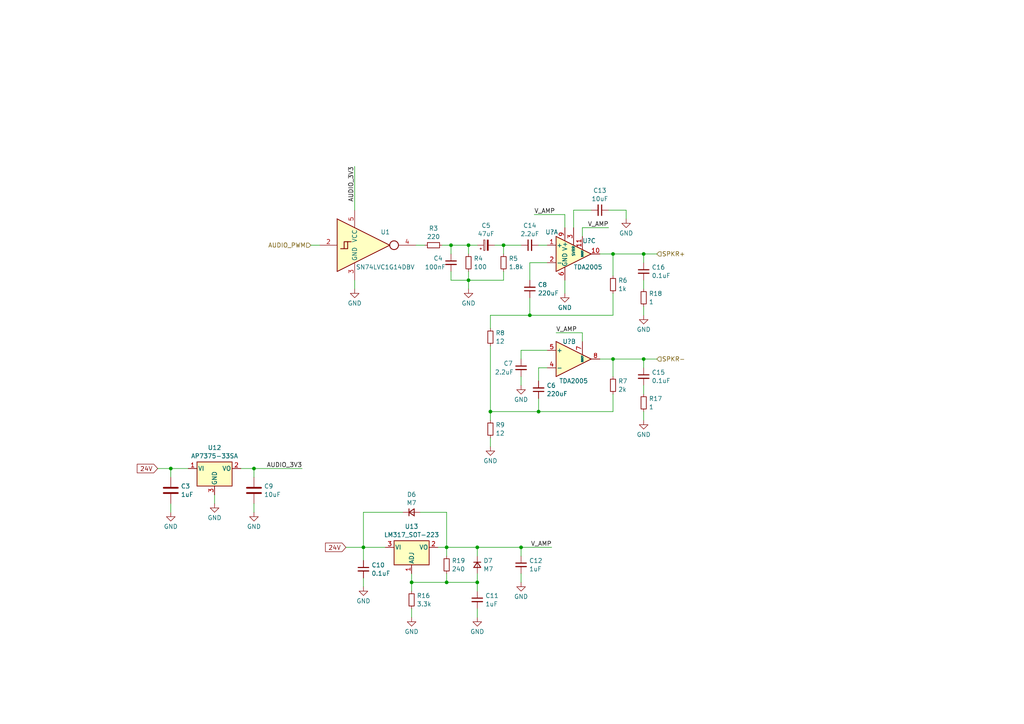
<source format=kicad_sch>
(kicad_sch (version 20230121) (generator eeschema)
  (paper "A4")
  (lib_symbols
    (symbol "74xGxx:SN74LVC1G14DBV"
      (property "Reference" "U" (at -5.08 10.16 0))
      (property "Value" "SN74LVC1G14DBV" (at 20.32 10.16 0))
      (symbol "SN74LVC1G14DBV_0_1"
        (polyline (pts (xy -2.032 1.016) (xy -1.016 1.016)) (stroke (width 0.254)) (fill (type background)))
        (polyline (pts (xy -5.08 7.62) (xy -5.08 -7.62) (xy 10.16 0) (xy -5.08 7.62)) (stroke (width 0.254)) (fill (type background)))
        (polyline (pts (xy -3.048 -1.016) (xy -3.048 1.016) (xy -2.032 1.016) (xy -2.032 -1.016) (xy -4.064 -1.016)) (stroke (width 0.254)) (fill (type background)))
        (circle (center 11.43 0) (radius 1.27) (stroke (width 0.254)))
      )
      (symbol "SN74LVC1G14DBV_1_1"
        (pin no_connect line (at 10.16 0 180) (length 5.08) hide (name "NC") (number "1"))
        (pin input line (at -10.16 0 0) (length 5.08) (name "~") (number "2"))
        (pin power_in line (at 0 -10.16 90) (length 5.08) (name "GND") (number "3"))
        (pin output line (at 17.78 0 180) (length 5.08) (name "~") (number "4"))
        (pin power_in line (at 0 10.16 270) (length 5.08) (name "VCC") (number "5"))
      )
    )
    (symbol "Amplifier_Audio:TDA2005" (pin_names (offset 0.127))
      (property "Reference" "U" (at 7.62 6.35 0))
      (property "Value" "TDA2005" (at 7.62 3.81 0))
      (symbol "TDA2005_1_1"
        (polyline (pts (xy -5.08 5.08) (xy 5.08 0) (xy -5.08 -5.08) (xy -5.08 5.08)) (stroke (width 0.254)) (fill (type background)))
        (pin input line (at -7.62 2.54 0) (length 2.54) (name "+") (number "1"))
        (pin output line (at 7.62 0 180) (length 2.54) (name "~") (number "10"))
        (pin passive line (at 2.54 5.08 270) (length 3.81) (name "BOOT") (number "11"))
        (pin input line (at -7.62 -2.54 0) (length 2.54) (name "-") (number "2"))
        (pin passive line (at 0 7.62 270) (length 5.08) (name "SVRR") (number "3"))
      )
      (symbol "TDA2005_2_1"
        (polyline (pts (xy -5.08 5.08) (xy 5.08 0) (xy -5.08 -5.08) (xy -5.08 5.08)) (stroke (width 0.254)) (fill (type background)))
        (pin input line (at -7.62 -2.54 0) (length 2.54) (name "-") (number "4"))
        (pin input line (at -7.62 2.54 0) (length 2.54) (name "+") (number "5"))
        (pin passive line (at 2.54 5.08 270) (length 3.81) (name "BOOT") (number "7"))
        (pin output line (at 7.62 0 180) (length 2.54) (name "~") (number "8"))
      )
      (symbol "TDA2005_3_1"
        (pin power_in line (at -2.54 -7.62 90) (length 3.81) (name "GND") (number "6"))
        (pin power_in line (at -2.54 7.62 270) (length 3.81) (name "V+") (number "9"))
      )
    )
    (symbol "Device:C" (pin_numbers hide) (pin_names (offset 0.254))
      (property "Reference" "C" (at 0.635 2.54 0))
      (property "Value" "C" (at 0.635 -2.54 0))
      (symbol "C_0_1"
        (polyline (pts (xy -2.032 -0.762) (xy 2.032 -0.762)) (stroke (width 0.508)))
        (polyline (pts (xy -2.032 0.762) (xy 2.032 0.762)) (stroke (width 0.508)))
      )
      (symbol "C_1_1"
        (pin passive line (at 0 3.81 270) (length 2.794) (name "~") (number "1"))
        (pin passive line (at 0 -3.81 90) (length 2.794) (name "~") (number "2"))
      )
    )
    (symbol "Device:C_Polarized_Small" (pin_numbers hide) (pin_names (offset 0.254) hide)
      (property "Reference" "C" (at 0.254 1.778 0))
      (property "Value" "C_Polarized_Small" (at 0.254 -2.032 0))
      (symbol "C_Polarized_Small_0_1"
        (rectangle (start -1.524 -0.3048) (end 1.524 -0.6858) (fill (type outline)))
        (rectangle (start -1.524 0.6858) (end 1.524 0.3048))
        (polyline (pts (xy -1.27 1.524) (xy -0.762 1.524)))
        (polyline (pts (xy -1.016 1.27) (xy -1.016 1.778)))
      )
      (symbol "C_Polarized_Small_1_1"
        (pin passive line (at 0 2.54 270) (length 1.8542) (name "~") (number "1"))
        (pin passive line (at 0 -2.54 90) (length 1.8542) (name "~") (number "2"))
      )
    )
    (symbol "Device:C_Small" (pin_numbers hide) (pin_names (offset 0.254) hide)
      (property "Reference" "C" (at 0.254 1.778 0))
      (property "Value" "C_Small" (at 0.254 -2.032 0))
      (symbol "C_Small_0_1"
        (polyline (pts (xy -1.524 -0.508) (xy 1.524 -0.508)) (stroke (width 0.3302)))
        (polyline (pts (xy -1.524 0.508) (xy 1.524 0.508)) (stroke (width 0.3048)))
      )
      (symbol "C_Small_1_1"
        (pin passive line (at 0 2.54 270) (length 2.032) (name "~") (number "1"))
        (pin passive line (at 0 -2.54 90) (length 2.032) (name "~") (number "2"))
      )
    )
    (symbol "Device:D_Small" (pin_numbers hide) (pin_names (offset 0.254) hide)
      (property "Reference" "D" (at -1.27 2.032 0))
      (property "Value" "D_Small" (at -3.81 -2.032 0))
      (symbol "D_Small_0_1"
        (polyline (pts (xy -0.762 -1.016) (xy -0.762 1.016)) (stroke (width 0.254)))
        (polyline (pts (xy -0.762 0) (xy 0.762 0)))
        (polyline (pts (xy 0.762 -1.016) (xy -0.762 0) (xy 0.762 1.016) (xy 0.762 -1.016)) (stroke (width 0.254)))
      )
      (symbol "D_Small_1_1"
        (pin passive line (at -2.54 0 0) (length 1.778) (name "K") (number "1"))
        (pin passive line (at 2.54 0 180) (length 1.778) (name "A") (number "2"))
      )
    )
    (symbol "Device:R_Small" (pin_numbers hide) (pin_names (offset 0.254) hide)
      (property "Reference" "R" (at 0.762 0.508 0))
      (property "Value" "R_Small" (at 0.762 -1.016 0))
      (symbol "R_Small_0_1"
        (rectangle (start -0.762 1.778) (end 0.762 -1.778) (stroke (width 0.2032)))
      )
      (symbol "R_Small_1_1"
        (pin passive line (at 0 2.54 270) (length 0.762) (name "~") (number "1"))
        (pin passive line (at 0 -2.54 90) (length 0.762) (name "~") (number "2"))
      )
    )
    (symbol "Regulator_Linear:AP7384-70SA" (pin_names (offset 0.254))
      (property "Reference" "U" (at -3.81 3.175 0))
      (property "Value" "AP7384-70SA" (at 0 3.175 0))
      (symbol "AP7384-70SA_0_1"
        (rectangle (start -5.08 1.905) (end 5.08 -5.08) (stroke (width 0.254)) (fill (type background)))
      )
      (symbol "AP7384-70SA_1_1"
        (pin power_in line (at -7.62 0 0) (length 2.54) (name "VI") (number "1"))
        (pin power_out line (at 7.62 0 180) (length 2.54) (name "VO") (number "2"))
        (pin power_in line (at 0 -7.62 90) (length 2.54) (name "GND") (number "3"))
      )
    )
    (symbol "Regulator_Linear:LM317_SOT-223" (pin_names (offset 0.254))
      (property "Reference" "U" (at -3.81 3.175 0))
      (property "Value" "LM317_SOT-223" (at 0 3.175 0))
      (symbol "LM317_SOT-223_0_1"
        (rectangle (start -5.08 1.905) (end 5.08 -5.08) (stroke (width 0.254)) (fill (type background)))
      )
      (symbol "LM317_SOT-223_1_1"
        (pin input line (at 0 -7.62 90) (length 2.54) (name "ADJ") (number "1"))
        (pin power_out line (at 7.62 0 180) (length 2.54) (name "VO") (number "2"))
        (pin power_in line (at -7.62 0 0) (length 2.54) (name "VI") (number "3"))
      )
    )
    (symbol "power:GND" (power) (pin_names (offset 0))
      (property "Value" "GND" (at 0 -3.81 0))
      (symbol "GND_0_1"
        (polyline (pts (xy 0 0) (xy 0 -1.27) (xy 1.27 -1.27) (xy 0 -2.54) (xy -1.27 -1.27) (xy 0 -1.27)))
      )
      (symbol "GND_1_1"
        (pin power_in line (at 0 0 270) (length 0) hide (name "GND") (number "1"))
      )
    )
  )
  (junction (at 138.43 158.75))
  (junction (at 129.54 158.75))
  (junction (at 135.89 81.28))
  (junction (at 130.81 71.12))
  (junction (at 73.66 135.89))
  (junction (at 186.69 73.66))
  (junction (at 146.05 71.12))
  (junction (at 156.21 119.38))
  (junction (at 119.38 168.91))
  (junction (at 135.89 71.12))
  (junction (at 151.13 158.75))
  (junction (at 105.41 158.75))
  (junction (at 49.53 135.89))
  (junction (at 129.54 168.91))
  (junction (at 177.8 104.14))
  (junction (at 177.8 73.66))
  (junction (at 153.67 91.44))
  (junction (at 138.43 168.91))
  (junction (at 142.24 119.38))
  (junction (at 186.69 104.14))
  (wire (pts (xy 177.8 85.09) (xy 177.8 91.44)))
  (wire (pts (xy 142.24 95.25) (xy 142.24 91.44)))
  (wire (pts (xy 127 158.75) (xy 129.54 158.75)))
  (wire (pts (xy 158.75 101.6) (xy 151.13 101.6)))
  (wire (pts (xy 156.21 106.68) (xy 156.21 110.49)))
  (wire (pts (xy 119.38 168.91) (xy 119.38 171.45)))
  (wire (pts (xy 130.81 78.74) (xy 130.81 81.28)))
  (wire (pts (xy 153.67 91.44) (xy 177.8 91.44)))
  (wire (pts (xy 128.27 71.12) (xy 130.81 71.12)))
  (wire (pts (xy 143.51 71.12) (xy 146.05 71.12)))
  (wire (pts (xy 186.69 104.14) (xy 190.5 104.14)))
  (wire (pts (xy 181.61 60.96) (xy 181.61 63.5)))
  (wire (pts (xy 186.69 76.2) (xy 186.69 73.66)))
  (wire (pts (xy 186.69 88.9) (xy 186.69 91.44)))
  (wire (pts (xy 69.85 135.89) (xy 73.66 135.89)))
  (wire (pts (xy 135.89 81.28) (xy 135.89 83.82)))
  (wire (pts (xy 142.24 119.38) (xy 156.21 119.38)))
  (wire (pts (xy 177.8 73.66) (xy 177.8 80.01)))
  (wire (pts (xy 130.81 71.12) (xy 130.81 73.66)))
  (wire (pts (xy 73.66 135.89) (xy 73.66 138.43)))
  (wire (pts (xy 49.53 146.05) (xy 49.53 148.59)))
  (wire (pts (xy 62.23 143.51) (xy 62.23 146.05)))
  (wire (pts (xy 142.24 91.44) (xy 153.67 91.44)))
  (wire (pts (xy 120.65 71.12) (xy 123.19 71.12)))
  (wire (pts (xy 153.67 76.2) (xy 153.67 81.28)))
  (wire (pts (xy 153.67 86.36) (xy 153.67 91.44)))
  (wire (pts (xy 135.89 81.28) (xy 146.05 81.28)))
  (wire (pts (xy 186.69 106.68) (xy 186.69 104.14)))
  (wire (pts (xy 146.05 71.12) (xy 146.05 73.66)))
  (wire (pts (xy 151.13 101.6) (xy 151.13 104.14)))
  (wire (pts (xy 116.84 148.59) (xy 105.41 148.59)))
  (wire (pts (xy 186.69 111.76) (xy 186.69 114.3)))
  (wire (pts (xy 119.38 176.53) (xy 119.38 179.07)))
  (wire (pts (xy 186.69 104.14) (xy 177.8 104.14)))
  (wire (pts (xy 142.24 119.38) (xy 142.24 121.92)))
  (wire (pts (xy 177.8 104.14) (xy 177.8 109.22)))
  (wire (pts (xy 156.21 119.38) (xy 177.8 119.38)))
  (wire (pts (xy 138.43 166.37) (xy 138.43 168.91)))
  (wire (pts (xy 130.81 81.28) (xy 135.89 81.28)))
  (wire (pts (xy 129.54 168.91) (xy 119.38 168.91)))
  (wire (pts (xy 102.87 81.28) (xy 102.87 83.82)))
  (wire (pts (xy 105.41 158.75) (xy 105.41 162.56)))
  (wire (pts (xy 186.69 73.66) (xy 177.8 73.66)))
  (wire (pts (xy 100.33 158.75) (xy 105.41 158.75)))
  (wire (pts (xy 186.69 73.66) (xy 190.5 73.66)))
  (wire (pts (xy 166.37 60.96) (xy 166.37 66.04)))
  (wire (pts (xy 156.21 71.12) (xy 158.75 71.12)))
  (wire (pts (xy 160.02 158.75) (xy 151.13 158.75)))
  (wire (pts (xy 49.53 135.89) (xy 54.61 135.89)))
  (wire (pts (xy 171.45 60.96) (xy 166.37 60.96)))
  (wire (pts (xy 168.91 68.58) (xy 168.91 66.04)))
  (wire (pts (xy 151.13 161.29) (xy 151.13 158.75)))
  (wire (pts (xy 154.94 62.23) (xy 163.83 62.23)))
  (wire (pts (xy 73.66 146.05) (xy 73.66 148.59)))
  (wire (pts (xy 186.69 119.38) (xy 186.69 121.92)))
  (wire (pts (xy 186.69 81.28) (xy 186.69 83.82)))
  (wire (pts (xy 138.43 168.91) (xy 138.43 171.45)))
  (wire (pts (xy 73.66 135.89) (xy 87.63 135.89)))
  (wire (pts (xy 158.75 76.2) (xy 153.67 76.2)))
  (wire (pts (xy 168.91 99.06) (xy 168.91 96.52)))
  (wire (pts (xy 146.05 81.28) (xy 146.05 78.74)))
  (wire (pts (xy 138.43 168.91) (xy 129.54 168.91)))
  (wire (pts (xy 156.21 115.57) (xy 156.21 119.38)))
  (wire (pts (xy 142.24 100.33) (xy 142.24 119.38)))
  (wire (pts (xy 176.53 60.96) (xy 181.61 60.96)))
  (wire (pts (xy 121.92 148.59) (xy 129.54 148.59)))
  (wire (pts (xy 138.43 176.53) (xy 138.43 179.07)))
  (wire (pts (xy 173.99 73.66) (xy 177.8 73.66)))
  (wire (pts (xy 102.87 48.26) (xy 102.87 60.96)))
  (wire (pts (xy 177.8 114.3) (xy 177.8 119.38)))
  (wire (pts (xy 105.41 167.64) (xy 105.41 170.18)))
  (wire (pts (xy 158.75 106.68) (xy 156.21 106.68)))
  (wire (pts (xy 168.91 96.52) (xy 161.29 96.52)))
  (wire (pts (xy 151.13 109.22) (xy 151.13 111.76)))
  (wire (pts (xy 129.54 166.37) (xy 129.54 168.91)))
  (wire (pts (xy 146.05 71.12) (xy 151.13 71.12)))
  (wire (pts (xy 130.81 71.12) (xy 135.89 71.12)))
  (wire (pts (xy 168.91 66.04) (xy 176.53 66.04)))
  (wire (pts (xy 105.41 148.59) (xy 105.41 158.75)))
  (wire (pts (xy 138.43 158.75) (xy 129.54 158.75)))
  (wire (pts (xy 135.89 71.12) (xy 138.43 71.12)))
  (wire (pts (xy 151.13 158.75) (xy 138.43 158.75)))
  (wire (pts (xy 135.89 78.74) (xy 135.89 81.28)))
  (wire (pts (xy 138.43 161.29) (xy 138.43 158.75)))
  (wire (pts (xy 151.13 166.37) (xy 151.13 168.91)))
  (wire (pts (xy 129.54 148.59) (xy 129.54 158.75)))
  (wire (pts (xy 173.99 104.14) (xy 177.8 104.14)))
  (wire (pts (xy 45.72 135.89) (xy 49.53 135.89)))
  (wire (pts (xy 135.89 71.12) (xy 135.89 73.66)))
  (wire (pts (xy 49.53 135.89) (xy 49.53 138.43)))
  (wire (pts (xy 119.38 168.91) (xy 119.38 166.37)))
  (wire (pts (xy 105.41 158.75) (xy 111.76 158.75)))
  (wire (pts (xy 129.54 158.75) (xy 129.54 161.29)))
  (wire (pts (xy 90.17 71.12) (xy 92.71 71.12)))
  (wire (pts (xy 163.83 62.23) (xy 163.83 66.04)))
  (wire (pts (xy 163.83 81.28) (xy 163.83 85.09)))
  (wire (pts (xy 142.24 127) (xy 142.24 129.54)))
  (label "V_AMP" (at 154.94 62.23 0))
  (label "V_AMP" (at 161.29 96.52 0))
  (label "AUDIO_3V3" (at 102.87 48.26 270))
  (label "V_AMP" (at 160.02 158.75 180))
  (label "AUDIO_3V3" (at 87.63 135.89 180))
  (label "V_AMP" (at 176.53 66.04 180))
  (global_label "24V" (shape input) (at 45.72 135.89 180) (property "Intersheetrefs" "${INTERSHEET_REFS}" (effects hide)))
  (global_label "24V" (shape input) (at 100.33 158.75 180) (property "Intersheetrefs" "${INTERSHEET_REFS}" (effects hide)))
  (hierarchical_label "SPKR-" (shape input) (at 190.5 104.14 0))
  (hierarchical_label "SPKR+" (shape input) (at 190.5 73.66 0))
  (hierarchical_label "AUDIO_PWM" (shape input) (at 90.17 71.12 180))
  (symbol (lib_id "Regulator_Linear:AP7384-70SA") (at 62.23 135.89 0) (unit 1)
    (property "Reference" "U12" (at 62.23 129.8407 0))
    (property "Value" "AP7375-33SA" (at 62.23 132.2649 0))
    (property "Footprint" "Package_TO_SOT_SMD:SOT-23_Handsoldering" (effects hide))
    (property "DigiKey P/N" "31-AP7375-33SA-7CT-ND" (effects hide))
  )
  (symbol (lib_id "power:GND") (at 181.61 63.5 0) (mirror y) (unit 1)
    (property "Reference" "#PWR035" (effects hide))
    (property "Value" "GND" (at 181.61 67.6331 0))
    (instances (project "io_board" (path "" (reference "#PWR035") (unit 1)) (path "" (reference "#PWR023") (unit 1))))
  )
  (symbol (lib_id "Amplifier_Audio:TDA2005") (at 166.37 73.66 0) (unit 3)
    (property "Reference" "U?" (at 168.91 69.85 0) (effects (justify left)))
    (property "Value" "TDA2005" (at 166.37 77.47 0) (effects (justify left)))
    (property "Footprint" "Package_TO_SOT_THT:TO-220-11_P3.4x5.08mm_StaggerOdd_Lead4.85mm_Vertical" (effects hide))
    (property "Datasheet" "http://www.st.com/resource/en/datasheet/cd00000124.pdf" (effects hide))
    (property "DigiKey P/N" "497-11749-5-ND" (effects hide))
    (instances (project "io_board" (path "" (reference "U?") (unit 3)) (path "" (reference "U8") (unit 3))))
  )
  (symbol (lib_id "Device:R_Small") (at 142.24 124.46 180) (unit 1)
    (property "Reference" "R9" (at 143.7386 123.2479 0) (effects (justify right)))
    (property "Value" "12" (at 143.7386 125.6721 0) (effects (justify right)))
    (property "Footprint" "Resistor_SMD:R_0603_1608Metric_Pad0.98x0.95mm_HandSolder" (effects hide))
    (instances (project "io_board" (path "" (reference "R9") (unit 1)) (path "" (reference "R6") (unit 1))))
  )
  (symbol (lib_id "power:GND") (at 142.24 129.54 0) (unit 1)
    (property "Reference" "#PWR023" (effects hide))
    (property "Value" "GND" (at 142.24 133.6731 0))
    (instances (project "io_board" (path "" (reference "#PWR023") (unit 1)) (path "" (reference "#PWR020") (unit 1))))
  )
  (symbol (lib_id "Regulator_Linear:LM317_SOT-223") (at 119.38 158.75 0) (unit 1)
    (property "Reference" "U13" (at 119.38 152.7007 0))
    (property "Value" "LM317_SOT-223" (at 119.38 155.1249 0))
    (property "Footprint" "Package_TO_SOT_SMD:SOT-223-3_TabPin2" (effects hide))
    (property "Datasheet" "http://www.ti.com/lit/ds/symlink/lm317.pdf" (effects hide))
    (property "DigiKey P/N" "296-12602-1-ND" (effects hide))
  )
  (symbol (lib_id "Device:R_Small") (at 146.05 76.2 0) (unit 1)
    (property "Reference" "R5" (at 147.5486 74.9879 0) (effects (justify left)))
    (property "Value" "1.8k" (at 147.5486 77.4121 0) (effects (justify left)))
    (property "Footprint" "Resistor_SMD:R_0603_1608Metric_Pad0.98x0.95mm_HandSolder" (effects hide))
    (instances (project "io_board" (path "" (reference "R5") (unit 1)) (path "" (reference "R7") (unit 1))))
  )
  (symbol (lib_id "power:GND") (at 49.53 148.59 0) (unit 1)
    (property "Reference" "#PWR023" (effects hide))
    (property "Value" "GND" (at 49.53 152.7231 0))
    (instances (project "io_board" (path "" (reference "#PWR023") (unit 1)) (path "" (reference "#PWR025") (unit 1))))
  )
  (symbol (lib_id "power:GND") (at 186.69 91.44 0) (unit 1)
    (property "Reference" "#PWR038" (effects hide))
    (property "Value" "GND" (at 186.69 95.5731 0))
    (instances (project "io_board" (path "" (reference "#PWR038") (unit 1)) (path "" (reference "#PWR035") (unit 1))))
  )
  (symbol (lib_id "Device:R_Small") (at 129.54 163.83 0) (unit 1)
    (property "Reference" "R19" (at 131.0386 162.6179 0) (effects (justify left)))
    (property "Value" "240" (at 131.0386 165.0421 0) (effects (justify left)))
    (property "Footprint" "Resistor_SMD:R_0603_1608Metric_Pad0.98x0.95mm_HandSolder" (effects hide))
  )
  (symbol (lib_id "Device:R_Small") (at 119.38 173.99 0) (unit 1)
    (property "Reference" "R16" (at 120.8786 172.7779 0) (effects (justify left)))
    (property "Value" "3.3k" (at 120.8786 175.2021 0) (effects (justify left)))
    (property "Footprint" "Resistor_SMD:R_0603_1608Metric_Pad0.98x0.95mm_HandSolder" (effects hide))
  )
  (symbol (lib_id "Device:D_Small") (at 119.38 148.59 0) (unit 1)
    (property "Reference" "D6" (at 119.38 143.4297 0))
    (property "Value" "M7" (at 119.38 145.8539 0))
    (property "Footprint" "Diode_SMD:D_2010_5025Metric_Pad1.52x2.65mm_HandSolder" (effects hide))
    (property "Sim.Device" "D" (effects hide))
    (property "Sim.Pins" "1=K 2=A" (effects hide))
    (property "DigiKey P/N" "4878-M7CT-ND" (effects hide))
  )
  (symbol (lib_id "Device:C_Small") (at 105.41 165.1 0) (unit 1)
    (property "Reference" "C10" (at 107.7341 163.8942 0) (effects (justify left)))
    (property "Value" "0.1uF" (at 107.7341 166.3184 0) (effects (justify left)))
    (property "Footprint" "Capacitor_SMD:C_0402_1005Metric_Pad0.74x0.62mm_HandSolder" (effects hide))
  )
  (symbol (lib_id "Device:R_Small") (at 186.69 116.84 0) (unit 1)
    (property "Reference" "R17" (at 188.1886 115.6279 0) (effects (justify left)))
    (property "Value" "1" (at 188.1886 118.0521 0) (effects (justify left)))
    (property "Footprint" "Resistor_SMD:R_0603_1608Metric_Pad0.98x0.95mm_HandSolder" (effects hide))
    (instances (project "io_board" (path "" (reference "R17") (unit 1)) (path "" (reference "R18") (unit 1))))
  )
  (symbol (lib_id "power:GND") (at 62.23 146.05 0) (unit 1)
    (property "Reference" "#PWR023" (effects hide))
    (property "Value" "GND" (at 62.23 150.1831 0))
    (instances (project "io_board" (path "" (reference "#PWR023") (unit 1)) (path "" (reference "#PWR03") (unit 1))))
  )
  (symbol (lib_id "Device:C_Polarized_Small") (at 140.97 71.12 90) (unit 1)
    (property "Reference" "C5" (at 140.9763 65.4136 90))
    (property "Value" "47uF" (at 140.9763 67.8378 90))
    (property "Footprint" "Capacitor_THT:CP_Radial_D5.0mm_P2.00mm" (effects hide))
    (property "DigiKey P/N" "732-8823-1-ND" (effects hide))
  )
  (symbol (lib_id "Device:C") (at 49.53 142.24 0) (unit 1)
    (property "Reference" "C3" (at 52.451 141.0279 0) (effects (justify left)))
    (property "Value" "1uF" (at 52.451 143.4521 0) (effects (justify left)))
    (property "Footprint" "Capacitor_SMD:C_0402_1005Metric_Pad0.74x0.62mm_HandSolder" (effects hide))
    (property "DigiKey P/N" "490-10019-1-ND" (effects hide))
  )
  (symbol (lib_id "Device:C_Small") (at 151.13 163.83 0) (unit 1)
    (property "Reference" "C12" (at 153.4541 162.6242 0) (effects (justify left)))
    (property "Value" "1uF" (at 153.4541 165.0484 0) (effects (justify left)))
    (property "Footprint" "Capacitor_SMD:C_0402_1005Metric_Pad0.74x0.62mm_HandSolder" (effects hide))
    (property "DigiKey P/N" "490-10019-1-ND" (effects hide))
  )
  (symbol (lib_id "Device:C_Small") (at 151.13 106.68 0) (unit 1)
    (property "Reference" "C7" (at 146.05 105.41 0) (effects (justify left)))
    (property "Value" "2.2uF" (at 143.51 107.95 0) (effects (justify left)))
    (property "Footprint" "Capacitor_SMD:C_0402_1005Metric_Pad0.74x0.62mm_HandSolder" (effects hide))
    (property "DigiKey P/N" "1276-1469-1-ND" (effects hide))
    (instances (project "io_board" (path "" (reference "C7") (unit 1)) (path "" (reference "C6") (unit 1))))
  )
  (symbol (lib_id "Device:C_Small") (at 173.99 60.96 270) (mirror x) (unit 1)
    (property "Reference" "C13" (at 173.9836 55.2536 90))
    (property "Value" "10uF" (at 173.9836 57.6778 90))
    (property "Footprint" "Capacitor_SMD:C_0402_1005Metric_Pad0.74x0.62mm_HandSolder" (effects hide))
    (property "DigiKey P/N" "490-GRM155R60J106ME05DCT-ND" (effects hide))
    (instances (project "io_board" (path "" (reference "C13") (unit 1)) (path "" (reference "C14") (unit 1))))
  )
  (symbol (lib_id "Device:R_Small") (at 177.8 82.55 180) (unit 1)
    (property "Reference" "R6" (at 179.2986 81.3379 0) (effects (justify right)))
    (property "Value" "1k" (at 179.2986 83.7621 0) (effects (justify right)))
    (property "Footprint" "Resistor_SMD:R_0603_1608Metric_Pad0.98x0.95mm_HandSolder" (effects hide))
    (instances (project "io_board" (path "" (reference "R6") (unit 1)) (path "" (reference "R8") (unit 1))))
  )
  (symbol (lib_id "Device:C_Small") (at 138.43 173.99 0) (unit 1)
    (property "Reference" "C11" (at 140.7541 172.7842 0) (effects (justify left)))
    (property "Value" "1uF" (at 140.7541 175.2084 0) (effects (justify left)))
    (property "Footprint" "Capacitor_SMD:C_0402_1005Metric_Pad0.74x0.62mm_HandSolder" (effects hide))
    (property "DigiKey P/N" "490-10019-1-ND" (effects hide))
  )
  (symbol (lib_id "Amplifier_Audio:TDA2005") (at 166.37 104.14 0) (unit 2)
    (property "Reference" "U?" (at 165.1 99.06 0))
    (property "Value" "TDA2005" (at 166.37 110.49 0))
    (property "Footprint" "Package_TO_SOT_THT:TO-220-11_P3.4x5.08mm_StaggerOdd_Lead4.85mm_Vertical" (effects hide))
    (property "Datasheet" "http://www.st.com/resource/en/datasheet/cd00000124.pdf" (effects hide))
    (property "DigiKey P/N" "497-11749-5-ND" (effects hide))
    (instances (project "io_board" (path "" (reference "U?") (unit 2)) (path "" (reference "U8") (unit 2))))
  )
  (symbol (lib_id "power:GND") (at 102.87 83.82 0) (unit 1)
    (property "Reference" "#PWR020" (effects hide))
    (property "Value" "GND" (at 102.87 87.9531 0))
    (instances (project "io_board" (path "" (reference "#PWR020") (unit 1)) (path "" (reference "#PWR012") (unit 1))))
  )
  (symbol (lib_id "power:GND") (at 151.13 111.76 0) (unit 1)
    (property "Reference" "#PWR036" (effects hide))
    (property "Value" "GND" (at 151.13 115.8931 0))
    (instances (project "io_board" (path "" (reference "#PWR036") (unit 1)) (path "" (reference "#PWR021") (unit 1))))
  )
  (symbol (lib_id "power:GND") (at 163.83 85.09 0) (unit 1)
    (property "Reference" "#PWR022" (effects hide))
    (property "Value" "GND" (at 163.83 89.2231 0))
  )
  (symbol (lib_id "Device:C_Small") (at 130.81 76.2 0) (unit 1)
    (property "Reference" "C4" (at 125.73 74.93 0) (effects (justify left)))
    (property "Value" "100nF" (at 123.19 77.47 0) (effects (justify left)))
    (property "Footprint" "Capacitor_SMD:C_0402_1005Metric_Pad0.74x0.62mm_HandSolder" (effects hide))
    (property "DigiKey P/N" "720-VJ0603D0R1BXPAJCT-ND" (effects hide))
  )
  (symbol (lib_id "Device:R_Small") (at 142.24 97.79 180) (unit 1)
    (property "Reference" "R8" (at 143.7386 96.5779 0) (effects (justify right)))
    (property "Value" "12" (at 143.7386 99.0021 0) (effects (justify right)))
    (property "Footprint" "Resistor_SMD:R_0603_1608Metric_Pad0.98x0.95mm_HandSolder" (effects hide))
    (instances (project "io_board" (path "" (reference "R8") (unit 1)) (path "" (reference "R5") (unit 1))))
  )
  (symbol (lib_id "Device:C_Small") (at 153.67 83.82 180) (unit 1)
    (property "Reference" "C8" (at 155.9941 82.6015 0) (effects (justify right)))
    (property "Value" "220uF" (at 155.9941 85.0257 0) (effects (justify right)))
    (property "Footprint" "Capacitor_THT:CP_Radial_D6.3mm_P2.50mm" (effects hide))
    (property "DigiKey P/N" "732-8911-1-ND" (effects hide))
  )
  (symbol (lib_id "Device:C_Small") (at 153.67 71.12 90) (unit 1)
    (property "Reference" "C14" (at 153.6763 65.4136 90))
    (property "Value" "2.2uF" (at 153.6763 67.8378 90))
    (property "Footprint" "Capacitor_SMD:C_0402_1005Metric_Pad0.74x0.62mm_HandSolder" (effects hide))
    (property "DigiKey P/N" "1276-1469-1-ND" (effects hide))
    (instances (project "io_board" (path "" (reference "C14") (unit 1)) (path "" (reference "C7") (unit 1))))
  )
  (symbol (lib_id "Device:R_Small") (at 125.73 71.12 90) (unit 1)
    (property "Reference" "R3" (at 125.73 66.2391 90))
    (property "Value" "220" (at 125.73 68.6633 90))
    (property "Footprint" "Resistor_SMD:R_0603_1608Metric_Pad0.98x0.95mm_HandSolder" (effects hide))
  )
  (symbol (lib_id "power:GND") (at 151.13 168.91 0) (unit 1)
    (property "Reference" "#PWR023" (effects hide))
    (property "Value" "GND" (at 151.13 173.0431 0))
    (instances (project "io_board" (path "" (reference "#PWR023") (unit 1)) (path "" (reference "#PWR041") (unit 1))))
  )
  (symbol (lib_id "Device:R_Small") (at 177.8 111.76 180) (unit 1)
    (property "Reference" "R7" (at 179.2986 110.5479 0) (effects (justify right)))
    (property "Value" "2k" (at 179.2986 112.9721 0) (effects (justify right)))
    (property "Footprint" "Resistor_SMD:R_0603_1608Metric_Pad0.98x0.95mm_HandSolder" (effects hide))
    (instances (project "io_board" (path "" (reference "R7") (unit 1)) (path "" (reference "R9") (unit 1))))
  )
  (symbol (lib_id "Device:C_Small") (at 186.69 78.74 0) (unit 1)
    (property "Reference" "C16" (at 189.0141 77.5342 0) (effects (justify left)))
    (property "Value" "0.1uF" (at 189.0141 79.9584 0) (effects (justify left)))
    (property "Footprint" "Capacitor_SMD:C_0402_1005Metric_Pad0.74x0.62mm_HandSolder" (effects hide))
    (instances (project "io_board" (path "" (reference "C16") (unit 1)) (path "" (reference "C15") (unit 1))))
  )
  (symbol (lib_id "power:GND") (at 119.38 179.07 0) (unit 1)
    (property "Reference" "#PWR023" (effects hide))
    (property "Value" "GND" (at 119.38 183.2031 0))
    (instances (project "io_board" (path "" (reference "#PWR023") (unit 1)) (path "" (reference "#PWR031") (unit 1))))
  )
  (symbol (lib_id "power:GND") (at 138.43 179.07 0) (unit 1)
    (property "Reference" "#PWR023" (effects hide))
    (property "Value" "GND" (at 138.43 183.2031 0))
    (instances (project "io_board" (path "" (reference "#PWR023") (unit 1)) (path "" (reference "#PWR039") (unit 1))))
  )
  (symbol (lib_id "Device:C") (at 73.66 142.24 0) (unit 1)
    (property "Reference" "C9" (at 76.581 141.0279 0) (effects (justify left)))
    (property "Value" "10uF" (at 76.581 143.4521 0) (effects (justify left)))
    (property "Footprint" "Capacitor_SMD:C_0402_1005Metric_Pad0.74x0.62mm_HandSolder" (effects hide))
    (property "DigiKey P/N" "490-GRM155R60J106ME05DCT-ND" (effects hide))
  )
  (symbol (lib_id "Device:C_Small") (at 156.21 113.03 180) (unit 1)
    (property "Reference" "C6" (at 158.5341 111.8115 0) (effects (justify right)))
    (property "Value" "220uF" (at 158.5341 114.2357 0) (effects (justify right)))
    (property "Footprint" "Capacitor_THT:CP_Radial_D6.3mm_P2.50mm" (effects hide))
    (property "DigiKey P/N" "732-8911-1-ND" (effects hide))
    (instances (project "io_board" (path "" (reference "C6") (unit 1)) (path "" (reference "C13") (unit 1))))
  )
  (symbol (lib_id "power:GND") (at 73.66 148.59 0) (unit 1)
    (property "Reference" "#PWR023" (effects hide))
    (property "Value" "GND" (at 73.66 152.7231 0))
    (instances (project "io_board" (path "" (reference "#PWR023") (unit 1)) (path "" (reference "#PWR029") (unit 1))))
  )
  (symbol (lib_id "power:GND") (at 105.41 170.18 0) (unit 1)
    (property "Reference" "#PWR023" (effects hide))
    (property "Value" "GND" (at 105.41 174.3131 0))
    (instances (project "io_board" (path "" (reference "#PWR023") (unit 1)) (path "" (reference "#PWR030") (unit 1))))
  )
  (symbol (lib_id "Device:R_Small") (at 135.89 76.2 0) (unit 1)
    (property "Reference" "R4" (at 137.3886 74.9879 0) (effects (justify left)))
    (property "Value" "100" (at 137.3886 77.4121 0) (effects (justify left)))
    (property "Footprint" "Resistor_SMD:R_0603_1608Metric_Pad0.98x0.95mm_HandSolder" (effects hide))
  )
  (symbol (lib_id "Device:C_Small") (at 186.69 109.22 0) (unit 1)
    (property "Reference" "C15" (at 189.0141 108.0142 0) (effects (justify left)))
    (property "Value" "0.1uF" (at 189.0141 110.4384 0) (effects (justify left)))
    (property "Footprint" "Capacitor_SMD:C_0402_1005Metric_Pad0.74x0.62mm_HandSolder" (effects hide))
    (instances (project "io_board" (path "" (reference "C15") (unit 1)) (path "" (reference "C16") (unit 1))))
  )
  (symbol (lib_id "power:GND") (at 186.69 121.92 0) (unit 1)
    (property "Reference" "#PWR037" (effects hide))
    (property "Value" "GND" (at 186.69 126.0531 0))
    (instances (project "io_board" (path "" (reference "#PWR037") (unit 1)) (path "" (reference "#PWR036") (unit 1))))
  )
  (symbol (lib_id "74xGxx:SN74LVC1G14DBV") (at 102.87 71.12 0) (unit 1)
    (property "Reference" "U1" (at 111.76 67.31 0))
    (property "Value" "SN74LVC1G14DBV" (at 111.76 77.47 0))
    (property "Footprint" "Package_TO_SOT_SMD:SOT-23-5_HandSoldering" (effects hide))
    (property "Datasheet" "http://www.ti.com/lit/ds/symlink/sn74lvc1g14.pdf" (effects hide))
    (property "DigiKey P/N" "4518-SN74LVC1G14DBVRCT-ND" (effects hide))
  )
  (symbol (lib_id "Device:R_Small") (at 186.69 86.36 0) (unit 1)
    (property "Reference" "R18" (at 188.1886 85.1479 0) (effects (justify left)))
    (property "Value" "1" (at 188.1886 87.5721 0) (effects (justify left)))
    (property "Footprint" "Resistor_SMD:R_0603_1608Metric_Pad0.98x0.95mm_HandSolder" (effects hide))
    (instances (project "io_board" (path "" (reference "R18") (unit 1)) (path "" (reference "R17") (unit 1))))
  )
  (symbol (lib_id "Amplifier_Audio:TDA2005") (at 166.37 73.66 0) (unit 1)
    (property "Reference" "U?" (at 160.02 67.31 0))
    (property "Value" "TDA2005" (effects hide))
    (property "Footprint" "Package_TO_SOT_THT:TO-220-11_P3.4x5.08mm_StaggerOdd_Lead4.85mm_Vertical" (effects hide))
    (property "Datasheet" "http://www.st.com/resource/en/datasheet/cd00000124.pdf" (effects hide))
    (property "DigiKey P/N" "497-11749-5-ND" (effects hide))
    (instances (project "io_board" (path "" (reference "U?") (unit 1)) (path "" (reference "U8") (unit 1))))
  )
  (symbol (lib_id "Device:D_Small") (at 138.43 163.83 270) (unit 1)
    (property "Reference" "D7" (at 140.208 162.6179 90) (effects (justify left)))
    (property "Value" "M7" (at 140.208 165.0421 90) (effects (justify left)))
    (property "Footprint" "Diode_SMD:D_2010_5025Metric_Pad1.52x2.65mm_HandSolder" (effects hide))
    (property "Sim.Device" "D" (effects hide))
    (property "Sim.Pins" "1=K 2=A" (effects hide))
    (property "DigiKey P/N" "4878-M7CT-ND" (effects hide))
  )
  (symbol (lib_id "power:GND") (at 135.89 83.82 0) (unit 1)
    (property "Reference" "#PWR021" (effects hide))
    (property "Value" "GND" (at 135.89 87.9531 0))
    (instances (project "io_board" (path "" (reference "#PWR021") (unit 1)) (path "" (reference "#PWR016") (unit 1))))
  )
)
</source>
